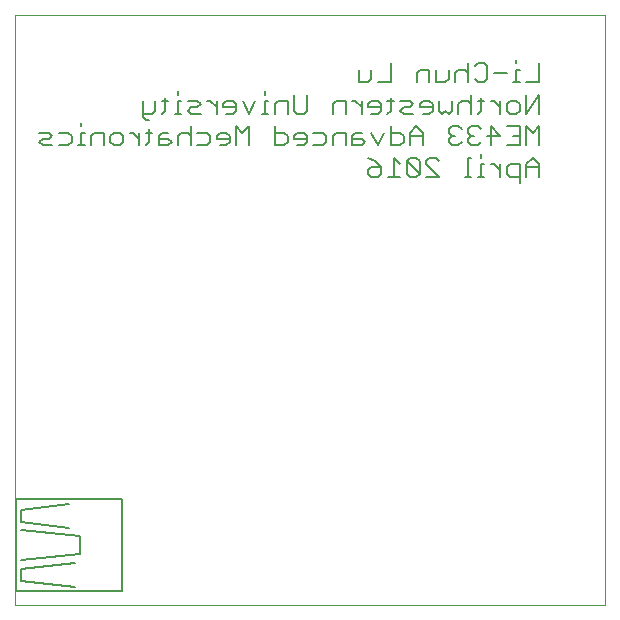
<source format=gbo>
G75*
%MOIN*%
%OFA0B0*%
%FSLAX25Y25*%
%IPPOS*%
%LPD*%
%AMOC8*
5,1,8,0,0,1.08239X$1,22.5*
%
%ADD10C,0.00000*%
%ADD11C,0.00600*%
%ADD12C,0.00500*%
D10*
X0001800Y0001800D02*
X0001800Y0198650D01*
X0198650Y0198650D01*
X0198650Y0001800D01*
X0001800Y0001800D01*
D11*
X0120659Y0144600D02*
X0119591Y0145668D01*
X0119591Y0146735D01*
X0120659Y0147803D01*
X0123862Y0147803D01*
X0123862Y0145668D01*
X0122794Y0144600D01*
X0120659Y0144600D01*
X0123862Y0147803D02*
X0121727Y0149938D01*
X0119591Y0151005D01*
X0117423Y0155100D02*
X0118491Y0156168D01*
X0117423Y0157235D01*
X0114220Y0157235D01*
X0114220Y0158303D02*
X0114220Y0155100D01*
X0117423Y0155100D01*
X0117423Y0159370D02*
X0115288Y0159370D01*
X0114220Y0158303D01*
X0112045Y0159370D02*
X0112045Y0155100D01*
X0107775Y0155100D02*
X0107775Y0158303D01*
X0108842Y0159370D01*
X0112045Y0159370D01*
X0112045Y0165600D02*
X0112045Y0169870D01*
X0108842Y0169870D01*
X0107775Y0168803D01*
X0107775Y0165600D01*
X0104532Y0159370D02*
X0101329Y0159370D01*
X0099154Y0158303D02*
X0098086Y0159370D01*
X0095951Y0159370D01*
X0094884Y0158303D01*
X0094884Y0157235D01*
X0099154Y0157235D01*
X0099154Y0156168D02*
X0099154Y0158303D01*
X0099154Y0156168D02*
X0098086Y0155100D01*
X0095951Y0155100D01*
X0092709Y0156168D02*
X0092709Y0158303D01*
X0091641Y0159370D01*
X0088438Y0159370D01*
X0088438Y0161505D02*
X0088438Y0155100D01*
X0091641Y0155100D01*
X0092709Y0156168D01*
X0101329Y0155100D02*
X0104532Y0155100D01*
X0105600Y0156168D01*
X0105600Y0158303D01*
X0104532Y0159370D01*
X0098086Y0165600D02*
X0095951Y0165600D01*
X0094884Y0166668D01*
X0094884Y0172005D01*
X0092709Y0169870D02*
X0089506Y0169870D01*
X0088438Y0168803D01*
X0088438Y0165600D01*
X0086263Y0165600D02*
X0084128Y0165600D01*
X0085195Y0165600D02*
X0085195Y0169870D01*
X0086263Y0169870D01*
X0085195Y0172005D02*
X0085195Y0173073D01*
X0081966Y0169870D02*
X0079831Y0165600D01*
X0077696Y0169870D01*
X0075521Y0168803D02*
X0074453Y0169870D01*
X0072318Y0169870D01*
X0071250Y0168803D01*
X0071250Y0167735D01*
X0075521Y0167735D01*
X0075521Y0166668D02*
X0075521Y0168803D01*
X0075521Y0166668D02*
X0074453Y0165600D01*
X0072318Y0165600D01*
X0069075Y0165600D02*
X0069075Y0169870D01*
X0069075Y0167735D02*
X0066940Y0169870D01*
X0065872Y0169870D01*
X0063704Y0168803D02*
X0062636Y0169870D01*
X0059433Y0169870D01*
X0057258Y0169870D02*
X0056191Y0169870D01*
X0056191Y0165600D01*
X0057258Y0165600D02*
X0055123Y0165600D01*
X0051894Y0166668D02*
X0050826Y0165600D01*
X0051894Y0166668D02*
X0051894Y0170938D01*
X0052961Y0169870D02*
X0050826Y0169870D01*
X0048664Y0169870D02*
X0048664Y0166668D01*
X0047597Y0165600D01*
X0044394Y0165600D01*
X0044394Y0164532D02*
X0045462Y0163465D01*
X0046529Y0163465D01*
X0044394Y0164532D02*
X0044394Y0169870D01*
X0046522Y0160438D02*
X0046522Y0156168D01*
X0045455Y0155100D01*
X0043293Y0155100D02*
X0043293Y0159370D01*
X0043293Y0157235D02*
X0041158Y0159370D01*
X0040090Y0159370D01*
X0037922Y0158303D02*
X0037922Y0156168D01*
X0036854Y0155100D01*
X0034719Y0155100D01*
X0033652Y0156168D01*
X0033652Y0158303D01*
X0034719Y0159370D01*
X0036854Y0159370D01*
X0037922Y0158303D01*
X0031476Y0159370D02*
X0031476Y0155100D01*
X0027206Y0155100D02*
X0027206Y0158303D01*
X0028274Y0159370D01*
X0031476Y0159370D01*
X0025031Y0159370D02*
X0023963Y0159370D01*
X0023963Y0155100D01*
X0022896Y0155100D02*
X0025031Y0155100D01*
X0020734Y0156168D02*
X0019666Y0155100D01*
X0016464Y0155100D01*
X0014288Y0155100D02*
X0011086Y0155100D01*
X0010018Y0156168D01*
X0011086Y0157235D01*
X0013221Y0157235D01*
X0014288Y0158303D01*
X0013221Y0159370D01*
X0010018Y0159370D01*
X0016464Y0159370D02*
X0019666Y0159370D01*
X0020734Y0158303D01*
X0020734Y0156168D01*
X0023963Y0161505D02*
X0023963Y0162573D01*
X0045455Y0159370D02*
X0047590Y0159370D01*
X0049765Y0158303D02*
X0049765Y0155100D01*
X0052968Y0155100D01*
X0054036Y0156168D01*
X0052968Y0157235D01*
X0049765Y0157235D01*
X0049765Y0158303D02*
X0050833Y0159370D01*
X0052968Y0159370D01*
X0056211Y0158303D02*
X0056211Y0155100D01*
X0056211Y0158303D02*
X0057278Y0159370D01*
X0059413Y0159370D01*
X0060481Y0158303D01*
X0062656Y0159370D02*
X0065859Y0159370D01*
X0066927Y0158303D01*
X0066927Y0156168D01*
X0065859Y0155100D01*
X0062656Y0155100D01*
X0060481Y0155100D02*
X0060481Y0161505D01*
X0060501Y0165600D02*
X0059433Y0166668D01*
X0060501Y0167735D01*
X0062636Y0167735D01*
X0063704Y0168803D01*
X0063704Y0165600D02*
X0060501Y0165600D01*
X0056191Y0172005D02*
X0056191Y0173073D01*
X0070169Y0159370D02*
X0069102Y0158303D01*
X0069102Y0157235D01*
X0073372Y0157235D01*
X0073372Y0156168D02*
X0073372Y0158303D01*
X0072304Y0159370D01*
X0070169Y0159370D01*
X0070169Y0155100D02*
X0072304Y0155100D01*
X0073372Y0156168D01*
X0075547Y0155100D02*
X0075547Y0161505D01*
X0077682Y0159370D01*
X0079818Y0161505D01*
X0079818Y0155100D01*
X0092709Y0165600D02*
X0092709Y0169870D01*
X0098086Y0165600D02*
X0099154Y0166668D01*
X0099154Y0172005D01*
X0114214Y0169870D02*
X0115281Y0169870D01*
X0117416Y0167735D01*
X0117416Y0165600D02*
X0117416Y0169870D01*
X0119591Y0168803D02*
X0119591Y0167735D01*
X0123862Y0167735D01*
X0123862Y0166668D02*
X0123862Y0168803D01*
X0122794Y0169870D01*
X0120659Y0169870D01*
X0119591Y0168803D01*
X0120659Y0165600D02*
X0122794Y0165600D01*
X0123862Y0166668D01*
X0126024Y0165600D02*
X0127091Y0166668D01*
X0127091Y0170938D01*
X0126024Y0169870D02*
X0128159Y0169870D01*
X0130334Y0169870D02*
X0133537Y0169870D01*
X0134604Y0168803D01*
X0133537Y0167735D01*
X0131402Y0167735D01*
X0130334Y0166668D01*
X0131402Y0165600D01*
X0134604Y0165600D01*
X0136779Y0167735D02*
X0141050Y0167735D01*
X0141050Y0166668D02*
X0141050Y0168803D01*
X0139982Y0169870D01*
X0137847Y0169870D01*
X0136779Y0168803D01*
X0136779Y0167735D01*
X0137847Y0165600D02*
X0139982Y0165600D01*
X0141050Y0166668D01*
X0143225Y0166668D02*
X0143225Y0169870D01*
X0143225Y0166668D02*
X0144293Y0165600D01*
X0145360Y0166668D01*
X0146428Y0165600D01*
X0147495Y0166668D01*
X0147495Y0169870D01*
X0149670Y0168803D02*
X0149670Y0165600D01*
X0149670Y0168803D02*
X0150738Y0169870D01*
X0152873Y0169870D01*
X0153941Y0168803D01*
X0156103Y0169870D02*
X0158238Y0169870D01*
X0157170Y0170938D02*
X0157170Y0166668D01*
X0156103Y0165600D01*
X0153941Y0165600D02*
X0153941Y0172005D01*
X0152867Y0176100D02*
X0152867Y0182505D01*
X0151799Y0180370D02*
X0149664Y0180370D01*
X0148596Y0179303D01*
X0148596Y0176100D01*
X0146421Y0177168D02*
X0145353Y0176100D01*
X0142151Y0176100D01*
X0142151Y0180370D01*
X0139976Y0180370D02*
X0136773Y0180370D01*
X0135705Y0179303D01*
X0135705Y0176100D01*
X0139976Y0176100D02*
X0139976Y0180370D01*
X0146421Y0180370D02*
X0146421Y0177168D01*
X0151799Y0180370D02*
X0152867Y0179303D01*
X0155042Y0181438D02*
X0156109Y0182505D01*
X0158244Y0182505D01*
X0159312Y0181438D01*
X0159312Y0177168D01*
X0158244Y0176100D01*
X0156109Y0176100D01*
X0155042Y0177168D01*
X0161487Y0179303D02*
X0165758Y0179303D01*
X0168987Y0180370D02*
X0168987Y0176100D01*
X0170055Y0176100D02*
X0167919Y0176100D01*
X0172230Y0176100D02*
X0176500Y0176100D01*
X0176500Y0182505D01*
X0170055Y0180370D02*
X0168987Y0180370D01*
X0168987Y0182505D02*
X0168987Y0183573D01*
X0172230Y0172005D02*
X0172230Y0165600D01*
X0176500Y0172005D01*
X0176500Y0165600D01*
X0176500Y0161505D02*
X0174365Y0159370D01*
X0172230Y0161505D01*
X0172230Y0155100D01*
X0170055Y0155100D02*
X0165784Y0155100D01*
X0167919Y0158303D02*
X0170055Y0158303D01*
X0170055Y0161505D02*
X0170055Y0155100D01*
X0174365Y0151005D02*
X0172230Y0148870D01*
X0172230Y0144600D01*
X0170055Y0144600D02*
X0166852Y0144600D01*
X0165784Y0145668D01*
X0165784Y0147803D01*
X0166852Y0148870D01*
X0170055Y0148870D01*
X0170055Y0142465D01*
X0172230Y0147803D02*
X0176500Y0147803D01*
X0176500Y0148870D02*
X0174365Y0151005D01*
X0176500Y0148870D02*
X0176500Y0144600D01*
X0176500Y0155100D02*
X0176500Y0161505D01*
X0170055Y0161505D02*
X0165784Y0161505D01*
X0163609Y0158303D02*
X0159339Y0158303D01*
X0157164Y0160438D02*
X0156096Y0161505D01*
X0153961Y0161505D01*
X0152893Y0160438D01*
X0152893Y0159370D01*
X0153961Y0158303D01*
X0152893Y0157235D01*
X0152893Y0156168D01*
X0153961Y0155100D01*
X0156096Y0155100D01*
X0157164Y0156168D01*
X0155028Y0158303D02*
X0153961Y0158303D01*
X0150718Y0160438D02*
X0149650Y0161505D01*
X0147515Y0161505D01*
X0146448Y0160438D01*
X0146448Y0159370D01*
X0147515Y0158303D01*
X0146448Y0157235D01*
X0146448Y0156168D01*
X0147515Y0155100D01*
X0149650Y0155100D01*
X0150718Y0156168D01*
X0148583Y0158303D02*
X0147515Y0158303D01*
X0152873Y0151005D02*
X0152873Y0144600D01*
X0151806Y0144600D02*
X0153941Y0144600D01*
X0156103Y0144600D02*
X0158238Y0144600D01*
X0157170Y0144600D02*
X0157170Y0148870D01*
X0158238Y0148870D01*
X0160406Y0148870D02*
X0161474Y0148870D01*
X0163609Y0146735D01*
X0163609Y0144600D02*
X0163609Y0148870D01*
X0157170Y0151005D02*
X0157170Y0152073D01*
X0153941Y0151005D02*
X0152873Y0151005D01*
X0160406Y0155100D02*
X0160406Y0161505D01*
X0163609Y0158303D01*
X0163609Y0165600D02*
X0163609Y0169870D01*
X0163609Y0167735D02*
X0161474Y0169870D01*
X0160406Y0169870D01*
X0165784Y0168803D02*
X0165784Y0166668D01*
X0166852Y0165600D01*
X0168987Y0165600D01*
X0170055Y0166668D01*
X0170055Y0168803D01*
X0168987Y0169870D01*
X0166852Y0169870D01*
X0165784Y0168803D01*
X0143198Y0149938D02*
X0142131Y0151005D01*
X0139996Y0151005D01*
X0138928Y0149938D01*
X0138928Y0148870D01*
X0143198Y0144600D01*
X0138928Y0144600D01*
X0136753Y0145668D02*
X0132482Y0149938D01*
X0132482Y0145668D01*
X0133550Y0144600D01*
X0135685Y0144600D01*
X0136753Y0145668D01*
X0136753Y0149938D01*
X0135685Y0151005D01*
X0133550Y0151005D01*
X0132482Y0149938D01*
X0130307Y0148870D02*
X0128172Y0151005D01*
X0128172Y0144600D01*
X0130307Y0144600D02*
X0126037Y0144600D01*
X0127111Y0155100D02*
X0130314Y0155100D01*
X0131382Y0156168D01*
X0131382Y0158303D01*
X0130314Y0159370D01*
X0127111Y0159370D01*
X0127111Y0161505D02*
X0127111Y0155100D01*
X0122801Y0155100D02*
X0124936Y0159370D01*
X0120666Y0159370D02*
X0122801Y0155100D01*
X0133557Y0155100D02*
X0133557Y0159370D01*
X0135692Y0161505D01*
X0137827Y0159370D01*
X0137827Y0155100D01*
X0137827Y0158303D02*
X0133557Y0158303D01*
X0127085Y0176100D02*
X0122814Y0176100D01*
X0120639Y0177168D02*
X0120639Y0180370D01*
X0120639Y0177168D02*
X0119571Y0176100D01*
X0116369Y0176100D01*
X0116369Y0180370D01*
X0127085Y0182505D02*
X0127085Y0176100D01*
D12*
X0037469Y0037154D02*
X0002036Y0037154D01*
X0002036Y0006446D01*
X0037469Y0006446D01*
X0037469Y0037154D01*
X0023690Y0024753D02*
X0023690Y0018847D01*
X0004005Y0016879D01*
X0004005Y0013926D02*
X0021721Y0015894D01*
X0021721Y0008020D02*
X0004005Y0009989D01*
X0004005Y0013926D01*
X0004005Y0026721D02*
X0023690Y0024753D01*
X0019753Y0027706D02*
X0004005Y0029674D01*
X0004005Y0033611D01*
X0019753Y0035580D01*
M02*

</source>
